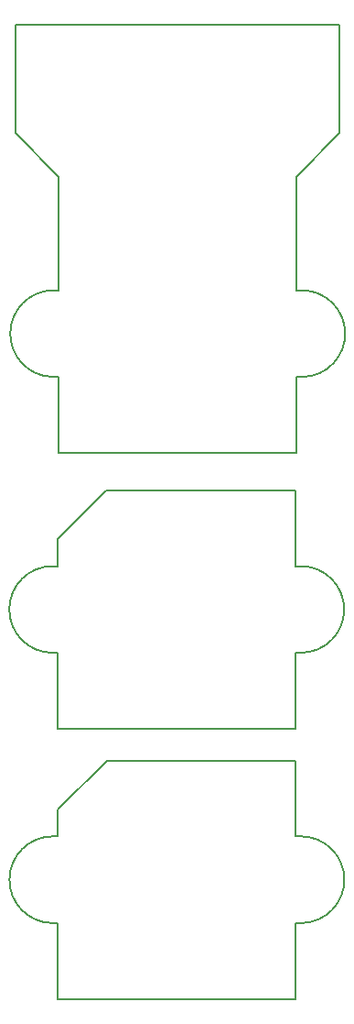
<source format=gbr>
G04 (created by PCBNEW (2013-may-18)-stable) date Пт 28 авг 2015 20:05:46*
%MOIN*%
G04 Gerber Fmt 3.4, Leading zero omitted, Abs format*
%FSLAX34Y34*%
G01*
G70*
G90*
G04 APERTURE LIST*
%ADD10C,0.00393701*%
%ADD11C,0.00590551*%
G04 APERTURE END LIST*
G54D10*
G54D11*
X15823Y-31150D02*
X15823Y-28395D01*
X15823Y-31150D02*
X7161Y-31150D01*
X7161Y-31150D02*
X7161Y-28395D01*
X7161Y-25245D02*
X7161Y-24261D01*
X7161Y-24261D02*
X8933Y-22489D01*
X8933Y-22489D02*
X15823Y-22489D01*
X15823Y-22489D02*
X15823Y-25245D01*
X15823Y-25245D02*
X16019Y-25245D01*
X16019Y-28395D02*
X15823Y-28395D01*
X7161Y-25245D02*
X6964Y-25245D01*
X7161Y-28395D02*
X6964Y-28395D01*
X5389Y-26820D02*
G75*
G02X6964Y-25245I1574J0D01*
G74*
G01*
X6964Y-28395D02*
G75*
G02X5389Y-26820I0J1574D01*
G74*
G01*
X16019Y-25245D02*
G75*
G02X17594Y-26820I0J-1574D01*
G74*
G01*
X17594Y-26820D02*
G75*
G02X16019Y-28395I-1574J0D01*
G74*
G01*
X7166Y-35072D02*
X6970Y-35072D01*
X7166Y-34087D02*
X7166Y-35072D01*
X8938Y-32316D02*
X7166Y-34087D01*
X15828Y-32316D02*
X8938Y-32316D01*
X15828Y-35072D02*
X15828Y-32316D01*
X16025Y-35072D02*
X15828Y-35072D01*
X15828Y-38221D02*
X16064Y-38221D01*
X15828Y-40977D02*
X15828Y-38221D01*
X7166Y-40977D02*
X15828Y-40977D01*
X7166Y-38221D02*
X7166Y-40977D01*
X6930Y-38221D02*
X7166Y-38221D01*
X17600Y-36646D02*
G75*
G03X16025Y-35072I-1574J0D01*
G74*
G01*
X16063Y-38221D02*
G75*
G03X17600Y-36608I-38J1574D01*
G74*
G01*
X6970Y-35072D02*
G75*
G03X5395Y-36646I0J-1574D01*
G74*
G01*
X5395Y-36608D02*
G75*
G03X6931Y-38221I1574J-38D01*
G74*
G01*
X7197Y-15215D02*
X7000Y-15215D01*
X7197Y-11081D02*
X7197Y-15215D01*
X5622Y-9506D02*
X7197Y-11081D01*
X5622Y-5569D02*
X5622Y-9506D01*
X17433Y-5569D02*
X5622Y-5569D01*
X17433Y-9506D02*
X17433Y-5569D01*
X15858Y-11081D02*
X17433Y-9506D01*
X15858Y-15215D02*
X15858Y-11081D01*
X16055Y-15215D02*
X15858Y-15215D01*
X15858Y-18364D02*
X16094Y-18364D01*
X15858Y-21120D02*
X15858Y-18364D01*
X7197Y-21120D02*
X15858Y-21120D01*
X7197Y-18364D02*
X7197Y-21120D01*
X6961Y-18364D02*
X7197Y-18364D01*
X17630Y-16790D02*
G75*
G03X16055Y-15215I-1574J0D01*
G74*
G01*
X16093Y-18364D02*
G75*
G03X17630Y-16751I-38J1574D01*
G74*
G01*
X7000Y-15215D02*
G75*
G03X5425Y-16790I0J-1574D01*
G74*
G01*
X5425Y-16751D02*
G75*
G03X6961Y-18364I1574J-38D01*
G74*
G01*
M02*

</source>
